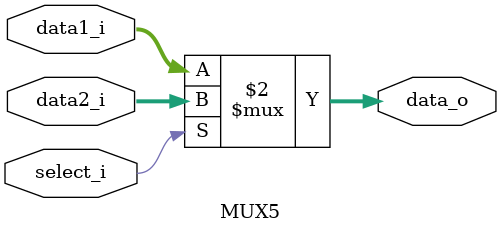
<source format=v>
module MUX5(
    data1_i,
    data2_i,
    select_i,
    data_o
);

input [31:0]	data1_i;
input [31:0]	data2_i;
input 			select_i;
output [31:0]	data_o;

assign data_o = (select_i == 1'b0)? data1_i : data2_i;


endmodule

</source>
